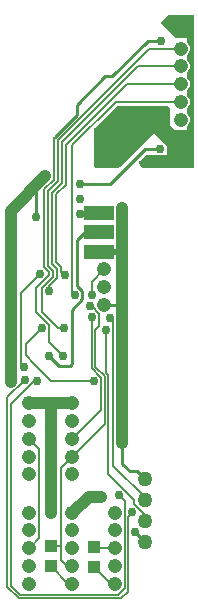
<source format=gbr>
G04 EAGLE Gerber RS-274X export*
G75*
%MOMM*%
%FSLAX34Y34*%
%LPD*%
%INBottom Copper*%
%IPPOS*%
%AMOC8*
5,1,8,0,0,1.08239X$1,22.5*%
G01*
%ADD10C,1.208000*%
%ADD11R,1.100000X1.000000*%
%ADD12R,2.540000X1.270000*%
%ADD13C,1.270000*%
%ADD14C,0.756400*%
%ADD15C,1.016000*%
%ADD16C,0.508000*%
%ADD17C,0.254000*%
%ADD18C,0.203200*%
%ADD19C,0.152400*%
%ADD20C,0.127000*%

G36*
X161718Y367796D02*
X161718Y367796D01*
X161737Y367794D01*
X161839Y367816D01*
X161941Y367833D01*
X161958Y367842D01*
X161978Y367846D01*
X162067Y367899D01*
X162158Y367948D01*
X162172Y367962D01*
X162189Y367972D01*
X162256Y368051D01*
X162328Y368126D01*
X162336Y368144D01*
X162349Y368159D01*
X162388Y368255D01*
X162431Y368349D01*
X162433Y368369D01*
X162441Y368387D01*
X162459Y368554D01*
X162459Y496698D01*
X162456Y496718D01*
X162458Y496737D01*
X162436Y496839D01*
X162420Y496941D01*
X162410Y496958D01*
X162406Y496978D01*
X162353Y497067D01*
X162304Y497158D01*
X162290Y497172D01*
X162280Y497189D01*
X162201Y497256D01*
X162126Y497328D01*
X162108Y497336D01*
X162093Y497349D01*
X161997Y497388D01*
X161903Y497431D01*
X161883Y497433D01*
X161865Y497441D01*
X161698Y497459D01*
X140971Y497459D01*
X140881Y497445D01*
X140790Y497437D01*
X140760Y497425D01*
X140728Y497420D01*
X140648Y497377D01*
X140564Y497341D01*
X140532Y497315D01*
X140511Y497304D01*
X140489Y497281D01*
X140433Y497236D01*
X134780Y491584D01*
X134769Y491568D01*
X134753Y491555D01*
X134697Y491468D01*
X134637Y491384D01*
X134631Y491365D01*
X134620Y491348D01*
X134595Y491248D01*
X134564Y491149D01*
X134565Y491129D01*
X134560Y491110D01*
X134568Y491007D01*
X134571Y490903D01*
X134578Y490884D01*
X134579Y490865D01*
X134619Y490770D01*
X134655Y490672D01*
X134668Y490656D01*
X134675Y490638D01*
X134780Y490507D01*
X147163Y478125D01*
X147237Y478072D01*
X147306Y478012D01*
X147336Y478000D01*
X147362Y477981D01*
X147449Y477954D01*
X147534Y477920D01*
X147575Y477916D01*
X147598Y477909D01*
X147630Y477910D01*
X147701Y477902D01*
X156846Y477902D01*
X156846Y474584D01*
X156861Y474494D01*
X156868Y474403D01*
X156880Y474373D01*
X156886Y474341D01*
X156928Y474260D01*
X156964Y474176D01*
X156990Y474144D01*
X157001Y474124D01*
X157024Y474101D01*
X157069Y474045D01*
X158051Y473063D01*
X159203Y470283D01*
X159203Y467273D01*
X158051Y464493D01*
X157069Y463511D01*
X157016Y463437D01*
X156956Y463367D01*
X156944Y463337D01*
X156925Y463311D01*
X156898Y463224D01*
X156864Y463139D01*
X156860Y463098D01*
X156853Y463076D01*
X156854Y463044D01*
X156846Y462972D01*
X156846Y459584D01*
X156861Y459494D01*
X156868Y459403D01*
X156880Y459373D01*
X156886Y459341D01*
X156928Y459260D01*
X156964Y459176D01*
X156990Y459144D01*
X157001Y459124D01*
X157024Y459101D01*
X157069Y459045D01*
X158051Y458063D01*
X159203Y455283D01*
X159203Y452273D01*
X158051Y449493D01*
X157069Y448511D01*
X157016Y448437D01*
X156956Y448367D01*
X156944Y448337D01*
X156925Y448311D01*
X156898Y448224D01*
X156864Y448139D01*
X156860Y448098D01*
X156853Y448076D01*
X156854Y448044D01*
X156846Y447972D01*
X156846Y444584D01*
X156861Y444494D01*
X156868Y444403D01*
X156880Y444373D01*
X156886Y444341D01*
X156928Y444260D01*
X156964Y444176D01*
X156990Y444144D01*
X157001Y444124D01*
X157024Y444101D01*
X157069Y444045D01*
X158051Y443063D01*
X159203Y440283D01*
X159203Y437273D01*
X158051Y434493D01*
X157069Y433511D01*
X157016Y433437D01*
X156956Y433367D01*
X156944Y433337D01*
X156925Y433311D01*
X156898Y433224D01*
X156864Y433139D01*
X156860Y433098D01*
X156853Y433076D01*
X156854Y433044D01*
X156846Y432972D01*
X156846Y429584D01*
X156861Y429494D01*
X156868Y429403D01*
X156880Y429373D01*
X156886Y429341D01*
X156928Y429260D01*
X156964Y429176D01*
X156990Y429144D01*
X157001Y429124D01*
X157024Y429101D01*
X157069Y429045D01*
X158051Y428063D01*
X159203Y425283D01*
X159203Y422273D01*
X158051Y419493D01*
X157069Y418511D01*
X157016Y418437D01*
X156956Y418367D01*
X156944Y418337D01*
X156925Y418311D01*
X156898Y418224D01*
X156864Y418139D01*
X156860Y418098D01*
X156853Y418076D01*
X156854Y418044D01*
X156846Y417972D01*
X156846Y414584D01*
X156861Y414494D01*
X156868Y414403D01*
X156880Y414373D01*
X156886Y414341D01*
X156928Y414260D01*
X156964Y414176D01*
X156990Y414144D01*
X157001Y414124D01*
X157024Y414101D01*
X157069Y414045D01*
X158051Y413063D01*
X159203Y410283D01*
X159203Y407273D01*
X158051Y404493D01*
X157069Y403511D01*
X157016Y403437D01*
X156956Y403367D01*
X156944Y403337D01*
X156925Y403311D01*
X156898Y403224D01*
X156864Y403139D01*
X156860Y403098D01*
X156853Y403076D01*
X156854Y403044D01*
X156846Y402972D01*
X156846Y400049D01*
X146746Y400049D01*
X142239Y404556D01*
X142239Y418084D01*
X142225Y418174D01*
X142217Y418265D01*
X142205Y418295D01*
X142200Y418327D01*
X142157Y418407D01*
X142121Y418491D01*
X142095Y418523D01*
X142084Y418544D01*
X142061Y418566D01*
X142016Y418622D01*
X140746Y419892D01*
X140672Y419945D01*
X140603Y420005D01*
X140573Y420017D01*
X140547Y420036D01*
X140460Y420063D01*
X140375Y420097D01*
X140334Y420101D01*
X140311Y420108D01*
X140279Y420107D01*
X140208Y420115D01*
X131717Y420115D01*
X131708Y420125D01*
X131629Y420185D01*
X131557Y420253D01*
X131504Y420282D01*
X131456Y420319D01*
X131365Y420359D01*
X131279Y420407D01*
X131220Y420422D01*
X131164Y420446D01*
X131066Y420461D01*
X130971Y420486D01*
X130871Y420492D01*
X130850Y420496D01*
X130838Y420494D01*
X130810Y420496D01*
X98298Y420496D01*
X98200Y420484D01*
X98101Y420481D01*
X98043Y420464D01*
X97982Y420456D01*
X97890Y420420D01*
X97795Y420392D01*
X97743Y420362D01*
X97687Y420339D01*
X97607Y420281D01*
X97521Y420231D01*
X97446Y420165D01*
X97429Y420153D01*
X97422Y420143D01*
X97401Y420125D01*
X78605Y401329D01*
X78544Y401250D01*
X78476Y401178D01*
X78447Y401125D01*
X78444Y401122D01*
X78433Y401117D01*
X78376Y401069D01*
X78313Y401029D01*
X78254Y400967D01*
X78189Y400912D01*
X78146Y400851D01*
X78095Y400797D01*
X78054Y400723D01*
X78004Y400653D01*
X77977Y400584D01*
X77941Y400519D01*
X77920Y400436D01*
X77889Y400357D01*
X77881Y400283D01*
X77862Y400211D01*
X77852Y400050D01*
X77852Y369570D01*
X77864Y369472D01*
X77867Y369373D01*
X77884Y369315D01*
X77892Y369254D01*
X77928Y369162D01*
X77956Y369067D01*
X77986Y369015D01*
X78009Y368959D01*
X78067Y368879D01*
X78117Y368793D01*
X78183Y368718D01*
X78195Y368701D01*
X78205Y368694D01*
X78224Y368673D01*
X78351Y368546D01*
X78429Y368485D01*
X78501Y368417D01*
X78554Y368388D01*
X78602Y368351D01*
X78693Y368311D01*
X78779Y368263D01*
X78838Y368248D01*
X78894Y368224D01*
X78992Y368209D01*
X79087Y368184D01*
X79187Y368178D01*
X79208Y368174D01*
X79220Y368176D01*
X79248Y368174D01*
X99187Y368174D01*
X99285Y368186D01*
X99384Y368189D01*
X99442Y368206D01*
X99503Y368214D01*
X99595Y368250D01*
X99690Y368278D01*
X99742Y368308D01*
X99798Y368331D01*
X99878Y368389D01*
X99964Y368439D01*
X100039Y368505D01*
X100056Y368517D01*
X100063Y368527D01*
X100085Y368546D01*
X128883Y397344D01*
X139828Y386400D01*
X139828Y379094D01*
X136978Y379094D01*
X136888Y379080D01*
X136797Y379072D01*
X136768Y379060D01*
X136736Y379055D01*
X136655Y379012D01*
X136571Y378976D01*
X136539Y378950D01*
X136518Y378939D01*
X136496Y378916D01*
X136440Y378871D01*
X136310Y378741D01*
X131914Y378741D01*
X131784Y378871D01*
X131710Y378924D01*
X131640Y378984D01*
X131610Y378996D01*
X131584Y379015D01*
X131497Y379042D01*
X131412Y379076D01*
X131371Y379080D01*
X131349Y379087D01*
X131317Y379086D01*
X131246Y379094D01*
X122428Y379094D01*
X122338Y379080D01*
X122247Y379072D01*
X122217Y379060D01*
X122185Y379055D01*
X122105Y379012D01*
X122021Y378976D01*
X121989Y378950D01*
X121968Y378939D01*
X121946Y378916D01*
X121890Y378871D01*
X116810Y373791D01*
X116757Y373717D01*
X116697Y373648D01*
X116685Y373618D01*
X116666Y373592D01*
X116639Y373505D01*
X116605Y373420D01*
X116601Y373379D01*
X116594Y373356D01*
X116595Y373324D01*
X116587Y373253D01*
X116587Y371094D01*
X116602Y371004D01*
X116609Y370913D01*
X116621Y370883D01*
X116627Y370851D01*
X116669Y370771D01*
X116705Y370687D01*
X116731Y370655D01*
X116742Y370634D01*
X116765Y370612D01*
X116810Y370556D01*
X119350Y368016D01*
X119424Y367963D01*
X119493Y367903D01*
X119523Y367891D01*
X119549Y367872D01*
X119636Y367845D01*
X119721Y367811D01*
X119762Y367807D01*
X119785Y367800D01*
X119817Y367801D01*
X119888Y367793D01*
X161698Y367793D01*
X161718Y367796D01*
G37*
D10*
X151638Y483778D03*
X151638Y408778D03*
X151638Y468778D03*
X151638Y423778D03*
X151638Y438778D03*
X151638Y453778D03*
X23114Y75974D03*
X23114Y15974D03*
X23114Y60974D03*
X23114Y30974D03*
X23114Y45974D03*
X59436Y75974D03*
X59436Y15974D03*
X59436Y60974D03*
X59436Y30974D03*
X59436Y45974D03*
X95758Y75974D03*
X95758Y15974D03*
X95758Y60974D03*
X95758Y30974D03*
X95758Y45974D03*
X23114Y168430D03*
X23114Y108430D03*
X23114Y153430D03*
X23114Y123430D03*
X23114Y138430D03*
X59436Y168430D03*
X59436Y108430D03*
X59436Y153430D03*
X59436Y123430D03*
X59436Y138430D03*
D11*
X41656Y30616D03*
X41656Y47616D03*
X78232Y30108D03*
X78232Y47108D03*
D10*
X86614Y251954D03*
X86614Y281954D03*
X86614Y266954D03*
D12*
X82550Y329946D03*
X82296Y313690D03*
X82296Y296926D03*
D13*
X121050Y51181D03*
X121050Y86741D03*
X121050Y68961D03*
X121050Y104521D03*
D14*
X84328Y89408D03*
D15*
X73632Y89408D01*
X59436Y75974D01*
D14*
X66465Y341713D03*
D15*
X41910Y168430D02*
X23114Y168430D01*
D14*
X102234Y134874D03*
D15*
X59436Y168430D02*
X41910Y168430D01*
X102107Y135001D02*
X102107Y252095D01*
X102107Y135001D02*
X102234Y134874D01*
X102234Y252222D02*
X102234Y299720D01*
X102234Y333884D01*
X102108Y334010D01*
D14*
X102108Y334010D03*
D15*
X41910Y168430D02*
X41910Y75974D01*
D14*
X41910Y75974D03*
D16*
X82296Y296926D02*
X99440Y296926D01*
X102234Y299720D01*
D14*
X102108Y143510D03*
X101981Y191770D03*
X82804Y396875D03*
X92964Y396875D03*
X82804Y386271D03*
X92964Y372745D03*
X82804Y372745D03*
X92964Y386271D03*
X157353Y383159D03*
X147130Y383159D03*
X135509Y372745D03*
X147130Y372745D03*
X157353Y372745D03*
D17*
X114381Y111190D02*
X121050Y104521D01*
X114381Y111190D02*
X108422Y111190D01*
X102107Y117505D01*
X102107Y135001D01*
X101966Y251954D02*
X86614Y251954D01*
X101966Y251954D02*
X102107Y252095D01*
D14*
X135001Y475488D03*
D17*
X123444Y475488D01*
X93472Y445516D01*
X87376Y445516D01*
D14*
X52070Y208328D03*
D17*
X63373Y421513D02*
X87376Y445516D01*
X63373Y412496D02*
X44704Y393827D01*
X63373Y412496D02*
X63373Y421513D01*
D18*
X36000Y283837D02*
X40012Y279825D01*
X36000Y349687D02*
X44196Y357883D01*
X44196Y393319D02*
X44704Y393827D01*
X44196Y393319D02*
X44196Y357883D01*
X36000Y349687D02*
X36000Y283837D01*
X40312Y220086D02*
X52070Y208328D01*
X40312Y220086D02*
X40312Y235051D01*
X29400Y245963D01*
X40012Y276943D02*
X40012Y279825D01*
X40012Y276943D02*
X29400Y266331D01*
X29400Y245963D01*
X105784Y438778D02*
X151638Y438778D01*
D14*
X53313Y276987D03*
D18*
X50218Y280082D01*
X50218Y283628D01*
X45906Y287940D01*
X45906Y345584D02*
X54102Y353780D01*
X54102Y387096D01*
X45906Y345584D02*
X45906Y287940D01*
X54102Y387096D02*
X105784Y438778D01*
X96372Y423778D02*
X151638Y423778D01*
X96372Y423778D02*
X59690Y387096D01*
D14*
X61718Y259862D03*
D18*
X59690Y261890D02*
X59690Y387096D01*
X59690Y261890D02*
X61718Y259862D01*
X115145Y453778D02*
X151638Y453778D01*
D14*
X40138Y263459D03*
D18*
X40138Y267730D01*
X46916Y282260D02*
X42604Y286572D01*
X46916Y274508D02*
X40138Y267730D01*
X46916Y274508D02*
X46916Y282260D01*
X42604Y346951D02*
X50800Y355147D01*
X50800Y389433D01*
X42604Y346951D02*
X42604Y286572D01*
X50800Y389433D02*
X115145Y453778D01*
X124989Y468778D02*
X151638Y468778D01*
D14*
X52543Y232393D03*
D18*
X43614Y280892D02*
X39302Y285204D01*
X39302Y348319D02*
X47498Y356515D01*
X47498Y391287D01*
X39302Y348319D02*
X39302Y285204D01*
X47498Y391287D02*
X124989Y468778D01*
X52543Y232393D02*
X47639Y232393D01*
X33816Y246216D01*
X33816Y266078D01*
X43314Y275576D01*
X43314Y280592D02*
X43614Y280892D01*
X43314Y280592D02*
X43314Y275576D01*
D14*
X134112Y384048D03*
X36830Y360934D03*
D15*
X7620Y331724D01*
D14*
X29238Y326542D03*
D17*
X29238Y353342D01*
X36830Y360934D01*
X91694Y354330D02*
X121412Y384048D01*
X91694Y354330D02*
X66040Y354330D01*
D14*
X66040Y354330D03*
D17*
X121412Y384048D02*
X134112Y384048D01*
D16*
X82550Y329946D02*
X81534Y328930D01*
X66548Y328930D01*
D14*
X66548Y328930D03*
D19*
X41656Y30616D02*
X56298Y15974D01*
X59436Y15974D01*
X78232Y30108D02*
X92366Y15974D01*
X95758Y15974D01*
D15*
X7747Y187071D02*
X7747Y187706D01*
X7747Y187071D02*
X7620Y186944D01*
X7747Y204597D02*
X7620Y204724D01*
X7747Y204597D02*
X7747Y187706D01*
X7620Y204724D02*
X7620Y331724D01*
D14*
X7493Y195961D03*
X7620Y204724D03*
D19*
X7493Y195961D02*
X7620Y186944D01*
D14*
X7747Y187706D03*
X112893Y59700D03*
D17*
X112893Y59338D01*
X121050Y51181D01*
D19*
X50546Y113680D02*
X59436Y123430D01*
X50546Y113680D02*
X50546Y47625D01*
X50546Y35560D01*
X55132Y30974D01*
X59436Y30974D01*
D14*
X75142Y250692D03*
D19*
X41665Y47625D02*
X41656Y47616D01*
X41665Y47625D02*
X50546Y47625D01*
X79136Y230717D02*
X82410Y233991D01*
X82410Y244324D01*
X79136Y199335D02*
X87094Y191377D01*
X79136Y199335D02*
X79136Y230717D01*
X87094Y151088D02*
X59436Y123430D01*
X87094Y151088D02*
X87094Y191377D01*
X76042Y250692D02*
X75142Y250692D01*
X76042Y250692D02*
X82410Y244324D01*
X23114Y138430D02*
X31750Y130048D01*
X31750Y54102D01*
X23622Y45974D01*
X23114Y45974D01*
D14*
X76342Y241604D03*
D19*
X78232Y47108D02*
X79366Y45974D01*
X95758Y45974D01*
X76342Y198178D02*
X76342Y241604D01*
X76342Y198178D02*
X84300Y190220D01*
X84300Y163104D01*
X59626Y138430D01*
X59436Y138430D01*
D14*
X78232Y187706D03*
D19*
X41910Y187706D01*
X27508Y202108D02*
X20582Y209034D01*
D14*
X33990Y232432D03*
D19*
X27508Y202108D02*
X41910Y187706D01*
X20582Y209034D02*
X20582Y219024D01*
X33990Y232432D01*
D14*
X76034Y260550D03*
D19*
X76200Y271540D02*
X86614Y281954D01*
X76200Y260716D02*
X76034Y260550D01*
X76200Y260716D02*
X76200Y271540D01*
D14*
X32512Y278384D03*
X19276Y198882D03*
D19*
X16212Y262084D02*
X32512Y278384D01*
X16212Y262084D02*
X16212Y201946D01*
X19276Y198882D01*
D14*
X39878Y208642D03*
D17*
X48622Y199898D01*
X57658Y199898D01*
X59182Y201422D01*
X59182Y247650D01*
X68372Y263311D02*
X63500Y268182D01*
X63500Y306832D01*
X70358Y313690D01*
X82296Y313690D01*
X68372Y256840D02*
X59182Y247650D01*
X68372Y256840D02*
X68372Y263311D01*
D14*
X29972Y187706D03*
D19*
X27432Y187706D01*
X7874Y168148D01*
X104013Y12065D02*
X98298Y6350D01*
D14*
X99441Y90805D03*
D19*
X7874Y14217D02*
X7874Y168148D01*
X7874Y14217D02*
X15741Y6350D01*
X98298Y6350D01*
X104013Y86233D02*
X99441Y90805D01*
D20*
X104013Y86233D02*
X104013Y12065D01*
D14*
X19304Y188214D03*
D19*
X4826Y173736D01*
X4826Y12700D01*
X14224Y3302D02*
X100965Y3302D01*
X14224Y3302D02*
X4826Y12700D01*
D20*
X100965Y3302D02*
X106825Y9162D01*
X106825Y41315D01*
D19*
X106825Y72628D01*
X110398Y76201D01*
D14*
X110398Y76201D03*
X91721Y241015D03*
D19*
X94500Y238236D01*
X121050Y88950D02*
X121050Y86741D01*
X94500Y115500D02*
X94500Y238236D01*
X94500Y115500D02*
X121050Y88950D01*
D14*
X88200Y231000D03*
D19*
X88200Y194222D01*
X89888Y192534D01*
X89888Y109012D01*
X112200Y86700D02*
X112200Y83100D01*
X121050Y74250D02*
X121050Y68961D01*
X121050Y74250D02*
X112200Y83100D01*
X112200Y86700D02*
X89888Y109012D01*
M02*

</source>
